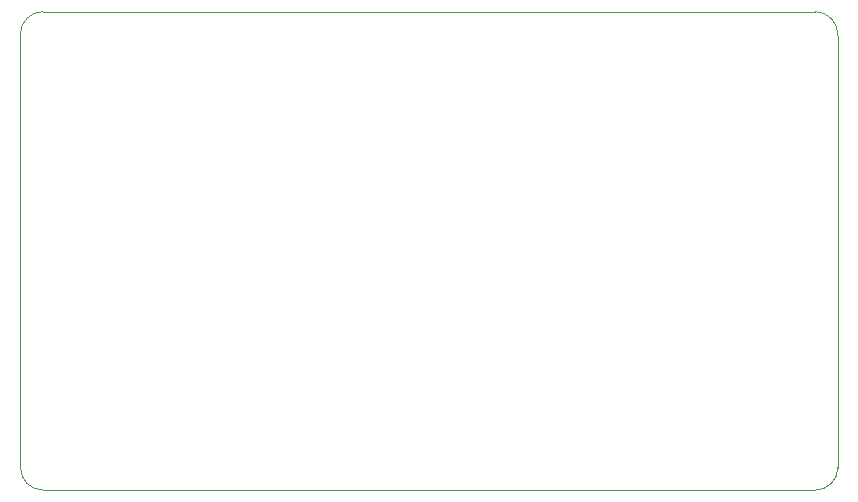
<source format=gm1>
G04*
G04 #@! TF.GenerationSoftware,Altium Limited,Altium Designer,21.2.2 (38)*
G04*
G04 Layer_Color=16711935*
%FSLAX25Y25*%
%MOIN*%
G70*
G04*
G04 #@! TF.SameCoordinates,D283CC76-0160-4898-B3E9-D7649964E2CE*
G04*
G04*
G04 #@! TF.FilePolarity,Positive*
G04*
G01*
G75*
%ADD76C,0.00000*%
D76*
X197000Y224500D02*
G03*
X204500Y217000I7500J0D01*
G01*
X462000D02*
G03*
X469500Y224500I0J7500D01*
G01*
X469500Y368500D02*
G03*
X462000Y376500I-7750J250D01*
G01*
X204500Y376500D02*
G03*
X197000Y369000I0J-7500D01*
G01*
X204500Y217000D02*
X462000D01*
X469500Y224500D02*
Y368500D01*
X204500Y376500D02*
X462000D01*
X197000Y224500D02*
Y369000D01*
M02*

</source>
